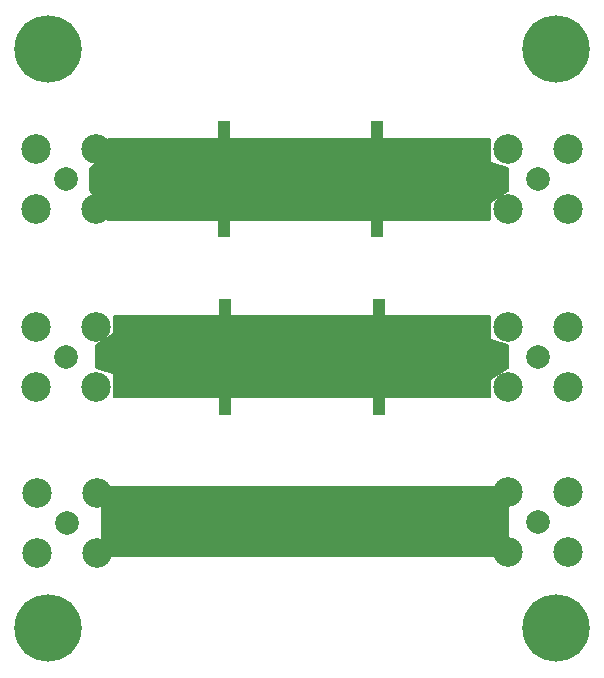
<source format=gts>
G04 #@! TF.GenerationSoftware,KiCad,Pcbnew,7.0.1*
G04 #@! TF.CreationDate,2023-04-16T22:07:55+02:00*
G04 #@! TF.ProjectId,aliasing,616c6961-7369-46e6-972e-6b696361645f,rev?*
G04 #@! TF.SameCoordinates,Original*
G04 #@! TF.FileFunction,Soldermask,Top*
G04 #@! TF.FilePolarity,Negative*
%FSLAX46Y46*%
G04 Gerber Fmt 4.6, Leading zero omitted, Abs format (unit mm)*
G04 Created by KiCad (PCBNEW 7.0.1) date 2023-04-16 22:07:55*
%MOMM*%
%LPD*%
G01*
G04 APERTURE LIST*
%ADD10R,1.600000X0.800000*%
%ADD11C,0.610000*%
%ADD12R,3.250000X1.500000*%
%ADD13C,1.998980*%
%ADD14C,2.499360*%
%ADD15R,1.778000X1.016000*%
%ADD16R,1.016000X1.778000*%
%ADD17C,5.700000*%
G04 APERTURE END LIST*
D10*
X158050000Y-79000000D03*
D11*
X158800000Y-77250000D03*
X159000000Y-80500000D03*
D12*
X160000000Y-80500000D03*
D11*
X161000000Y-77300000D03*
X161100000Y-80500000D03*
D10*
X161950000Y-79000000D03*
D12*
X160000000Y-77500000D03*
D13*
X180000000Y-50000000D03*
D14*
X177460000Y-47460000D03*
X177460000Y-52540000D03*
X182540000Y-47460000D03*
X182540000Y-52540000D03*
D15*
X162436000Y-63095000D03*
X162436000Y-65000000D03*
X162436000Y-66905000D03*
D16*
X166500000Y-69064000D03*
D15*
X170564000Y-66905000D03*
X170564000Y-65000000D03*
X170564000Y-63095000D03*
D16*
X166500000Y-60936000D03*
D13*
X140000000Y-50000000D03*
D14*
X142540000Y-52540000D03*
X142540000Y-47460000D03*
X137460000Y-52540000D03*
X137460000Y-47460000D03*
D17*
X181500000Y-39000000D03*
D13*
X140000000Y-65000000D03*
D14*
X142540000Y-67540000D03*
X142540000Y-62460000D03*
X137460000Y-67540000D03*
X137460000Y-62460000D03*
D15*
X149372000Y-48095000D03*
X149372000Y-50000000D03*
X149372000Y-51905000D03*
D16*
X153436000Y-54064000D03*
D15*
X157500000Y-51905000D03*
X157500000Y-50000000D03*
X157500000Y-48095000D03*
D16*
X153436000Y-45936000D03*
D17*
X181500000Y-88000000D03*
D15*
X149436000Y-63095000D03*
X149436000Y-65000000D03*
X149436000Y-66905000D03*
D16*
X153500000Y-69064000D03*
D15*
X157564000Y-66905000D03*
X157564000Y-65000000D03*
X157564000Y-63095000D03*
D16*
X153500000Y-60936000D03*
D17*
X138500000Y-88000000D03*
D15*
X162253000Y-48095000D03*
X162253000Y-50000000D03*
X162253000Y-51905000D03*
D16*
X166317000Y-54064000D03*
D15*
X170381000Y-51905000D03*
X170381000Y-50000000D03*
X170381000Y-48095000D03*
D16*
X166317000Y-45936000D03*
D13*
X140071044Y-79080000D03*
D14*
X142611044Y-81620000D03*
X142611044Y-76540000D03*
X137531044Y-81620000D03*
X137531044Y-76540000D03*
D17*
X138500000Y-39000000D03*
D13*
X180000000Y-65000000D03*
D14*
X177460000Y-62460000D03*
X177460000Y-67540000D03*
X182540000Y-62460000D03*
X182540000Y-67540000D03*
D13*
X180000000Y-79000000D03*
D14*
X177460000Y-76460000D03*
X177460000Y-81540000D03*
X182540000Y-76460000D03*
X182540000Y-81540000D03*
G36*
X177437000Y-76016881D02*
G01*
X177483119Y-76063000D01*
X177500000Y-76126000D01*
X177500000Y-81874000D01*
X177483119Y-81937000D01*
X177437000Y-81983119D01*
X177374000Y-82000000D01*
X143126000Y-82000000D01*
X143063000Y-81983119D01*
X143016881Y-81937000D01*
X143000000Y-81874000D01*
X143000000Y-76126000D01*
X143016881Y-76063000D01*
X143063000Y-76016881D01*
X143126000Y-76000000D01*
X177374000Y-76000000D01*
X177437000Y-76016881D01*
G37*
G36*
X160191000Y-61516881D02*
G01*
X160237119Y-61563000D01*
X160254000Y-61626000D01*
X160254000Y-68374000D01*
X160237119Y-68437000D01*
X160191000Y-68483119D01*
X160128000Y-68500000D01*
X144126000Y-68500000D01*
X144063000Y-68483119D01*
X144016881Y-68437000D01*
X144000000Y-68374000D01*
X144000000Y-66500000D01*
X142586155Y-66028718D01*
X142541217Y-66002392D01*
X142510764Y-65960141D01*
X142500000Y-65909184D01*
X142500000Y-64067433D01*
X142514909Y-64007979D01*
X142556108Y-63962595D01*
X143999999Y-63000001D01*
X144000000Y-63000000D01*
X144000000Y-61626000D01*
X144016881Y-61563000D01*
X144063000Y-61516881D01*
X144126000Y-61500000D01*
X160128000Y-61500000D01*
X160191000Y-61516881D01*
G37*
G36*
X175937000Y-61516881D02*
G01*
X175983119Y-61563000D01*
X176000000Y-61626000D01*
X176000000Y-63500000D01*
X177413845Y-63971282D01*
X177458783Y-63997608D01*
X177489236Y-64039859D01*
X177500000Y-64090816D01*
X177500000Y-65932567D01*
X177485091Y-65992021D01*
X177443892Y-66037405D01*
X176000000Y-66999998D01*
X176000000Y-68374000D01*
X175983119Y-68437000D01*
X175937000Y-68483119D01*
X175874000Y-68500000D01*
X159872000Y-68500000D01*
X159809000Y-68483119D01*
X159762881Y-68437000D01*
X159746000Y-68374000D01*
X159746000Y-61626000D01*
X159762881Y-61563000D01*
X159809000Y-61516881D01*
X159872000Y-61500000D01*
X175874000Y-61500000D01*
X175937000Y-61516881D01*
G37*
G36*
X175937000Y-46516881D02*
G01*
X175983119Y-46563000D01*
X176000000Y-46626000D01*
X176000000Y-48500000D01*
X177413845Y-48971282D01*
X177458783Y-48997608D01*
X177489236Y-49039859D01*
X177500000Y-49090816D01*
X177500000Y-50932567D01*
X177485091Y-50992021D01*
X177443892Y-51037405D01*
X176000000Y-51999998D01*
X176000000Y-53374000D01*
X175983119Y-53437000D01*
X175937000Y-53483119D01*
X175874000Y-53500000D01*
X159872000Y-53500000D01*
X159809000Y-53483119D01*
X159762881Y-53437000D01*
X159746000Y-53374000D01*
X159746000Y-46626000D01*
X159762881Y-46563000D01*
X159809000Y-46516881D01*
X159872000Y-46500000D01*
X175874000Y-46500000D01*
X175937000Y-46516881D01*
G37*
G36*
X160191000Y-46516881D02*
G01*
X160237119Y-46563000D01*
X160254000Y-46626000D01*
X160254000Y-53374000D01*
X160237119Y-53437000D01*
X160191000Y-53483119D01*
X160128000Y-53500000D01*
X143577872Y-53500000D01*
X143511630Y-53481182D01*
X143465174Y-53430349D01*
X142500000Y-51500000D01*
X142036905Y-51036906D01*
X142009591Y-50996028D01*
X142000000Y-50947810D01*
X142000000Y-49052190D01*
X142009591Y-49003972D01*
X142036905Y-48963094D01*
X143000000Y-47999999D01*
X143471282Y-46586155D01*
X143497608Y-46541217D01*
X143539859Y-46510764D01*
X143590816Y-46500000D01*
X160128000Y-46500000D01*
X160191000Y-46516881D01*
G37*
M02*

</source>
